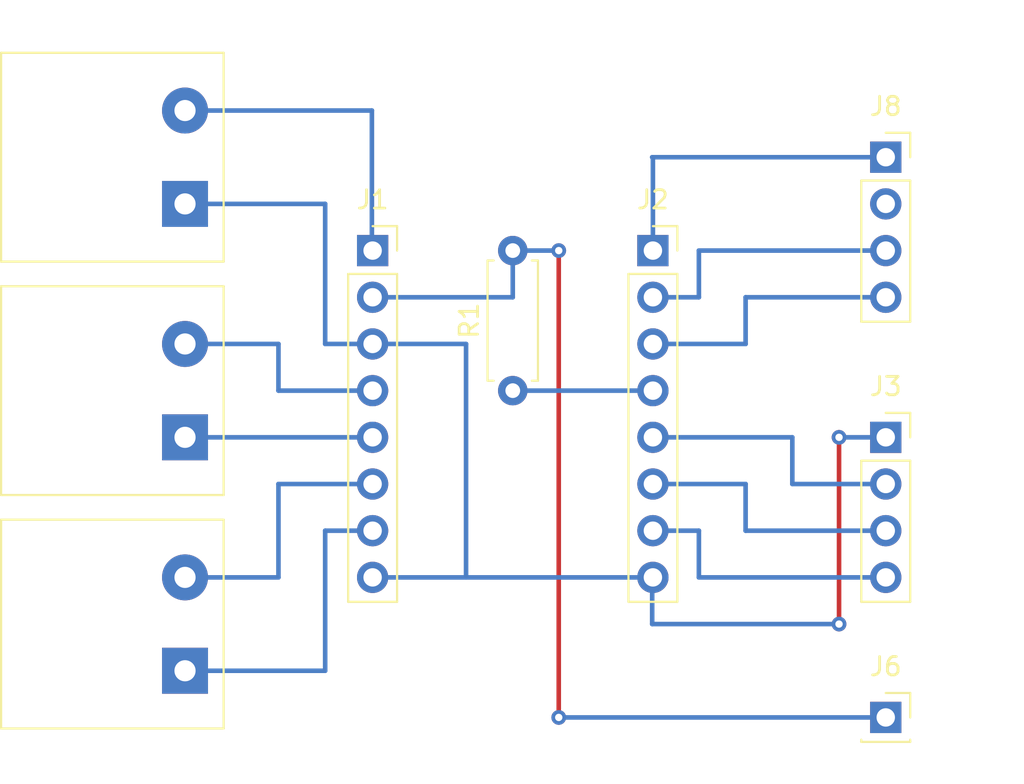
<source format=kicad_pcb>
(kicad_pcb (version 20221018) (generator pcbnew)
  (layers (0 "F.Cu" signal) (31 "B.Cu" signal) (34 "B.Paste" user) (35 "F.Paste" user) (36 "B.SilkS" user "B.Silkscreen") (37 "F.SilkS" user "F.Silkscreen") (38 "B.Mask" user) (39 "F.Mask" user) (44 "Edge.Cuts" user))
  (net 0 "")
  (net 1 "+5V")
  (net 2 "+3.3V")
  (net 3 "GND")
  (net 4 "Net-(J2-Pin_4)")
  (net 5 "A01")
  (net 6 "A02")
  (net 7 "B02")
  (net 8 "B01")
  (net 9 "PWMA")
  (net 10 "AIN2")
  (net 11 "AIN1")
  (net 12 "BIN1")
  (net 13 "BIN2")
  (net 14 "PWMB")
  (footprint "RS_PRO:Steckbarer_Klemmenblock_1x02_5.08mm_horizontal" (layer "F.Cu") (at 81.28 111.76 90)
    (fp_text reference "J7" hide)
    (fp_text value "Screw_Terminal_01x02")
    (fp_line (start -3.14 2.1) (end -3.14 -10) (stroke (width 0.12)) (layer "F.SilkS"))
    (fp_line (start 8.22 -10) (end -3.14 -10) (stroke (width 0.12)) (layer "F.SilkS"))
    (fp_line (start 8.22 2.1) (end -3.14 2.1) (stroke (width 0.12)) (layer "F.SilkS"))
    (fp_line (start 8.22 2.1) (end 8.22 -10) (stroke (width 0.12)) (layer "F.SilkS"))
    (pad "1" thru_hole rect (at 0 0 90) (size 2.5 2.5) (drill 1.15) (layers "*.Cu" "*.Mask") (net 6 "A02"))
    (pad "2" thru_hole circle (at 5.08 0 90) (size 2.5 2.5) (drill 1.15) (layers "*.Cu" "*.Mask") (net 5 "A01"))
  )
  (footprint "Connector_PinSocket_2.54mm:PinSocket_1x04_P2.54mm_Vertical" (layer "F.Cu") (at 119.38 96.52)
    (fp_text reference "J8" (at 0 -2.77) (layer "F.SilkS"))
    (fp_text value "Conn_01x04_Socket")
    (fp_line (start -1.33 1.27) (end -1.33 8.95) (stroke (width 0.12)) (layer "F.SilkS"))
    (fp_line (start -1.33 1.27) (end 1.33 1.27) (stroke (width 0.12)) (layer "F.SilkS"))
    (fp_line (start -1.33 8.95) (end 1.33 8.95) (stroke (width 0.12)) (layer "F.SilkS"))
    (fp_line (start 0 -1.33) (end 1.33 -1.33) (stroke (width 0.12)) (layer "F.SilkS"))
    (fp_line (start 1.33 -1.33) (end 1.33 0) (stroke (width 0.12)) (layer "F.SilkS"))
    (fp_line (start 1.33 1.27) (end 1.33 8.95) (stroke (width 0.12)) (layer "F.SilkS"))
    (pad "1" thru_hole rect (at 0 0) (size 1.7 1.7) (drill 1) (layers "*.Cu" "*.Mask") (net 9 "PWMA"))
    (pad "2" thru_hole oval (at 0 2.54) (size 1.7 1.7) (drill 1) (layers "*.Cu" "*.Mask") (net 3 "GND"))
    (pad "3" thru_hole oval (at 0 5.08) (size 1.7 1.7) (drill 1) (layers "*.Cu" "*.Mask") (net 10 "AIN2"))
    (pad "4" thru_hole oval (at 0 7.62) (size 1.7 1.7) (drill 1) (layers "*.Cu" "*.Mask") (net 11 "AIN1"))
  )
  (footprint "Resistor_THT:R_Axial_DIN0207_L6.3mm_D2.5mm_P7.62mm_Horizontal" (layer "F.Cu") (at 99.1 109.22 90)
    (fp_text reference "R1" (at 3.81 -2.37 90) (layer "F.SilkS"))
    (fp_text value "10k")
    (fp_line (start 0.54 -1.37) (end 7.08 -1.37) (stroke (width 0.12)) (layer "F.SilkS"))
    (fp_line (start 0.54 -1.04) (end 0.54 -1.37) (stroke (width 0.12)) (layer "F.SilkS"))
    (fp_line (start 0.54 1.04) (end 0.54 1.37) (stroke (width 0.12)) (layer "F.SilkS"))
    (fp_line (start 0.54 1.37) (end 7.08 1.37) (stroke (width 0.12)) (layer "F.SilkS"))
    (fp_line (start 7.08 -1.37) (end 7.08 -1.04) (stroke (width 0.12)) (layer "F.SilkS"))
    (fp_line (start 7.08 1.37) (end 7.08 1.04) (stroke (width 0.12)) (layer "F.SilkS"))
    (pad "1" thru_hole circle (at 0 0 90) (size 1.6 1.6) (drill 0.8) (layers "*.Cu" "*.Mask") (net 4 "Net-(J2-Pin_4)"))
    (pad "2" thru_hole oval (at 7.62 0 90) (size 1.6 1.6) (drill 0.8) (layers "*.Cu" "*.Mask") (net 2 "+3.3V"))
  )
  (footprint "Connector_PinSocket_2.54mm:PinSocket_1x08_P2.54mm_Vertical" (layer "F.Cu") (at 106.72 101.6)
    (fp_text reference "J2" (at 0 -2.77) (layer "F.SilkS"))
    (fp_text value "Conn_01x08_Socket")
    (fp_line (start -1.33 1.27) (end -1.33 19.11) (stroke (width 0.12)) (layer "F.SilkS"))
    (fp_line (start -1.33 1.27) (end 1.33 1.27) (stroke (width 0.12)) (layer "F.SilkS"))
    (fp_line (start -1.33 19.11) (end 1.33 19.11) (stroke (width 0.12)) (layer "F.SilkS"))
    (fp_line (start 0 -1.33) (end 1.33 -1.33) (stroke (width 0.12)) (layer "F.SilkS"))
    (fp_line (start 1.33 -1.33) (end 1.33 0) (stroke (width 0.12)) (layer "F.SilkS"))
    (fp_line (start 1.33 1.27) (end 1.33 19.11) (stroke (width 0.12)) (layer "F.SilkS"))
    (pad "1" thru_hole rect (at 0 0) (size 1.7 1.7) (drill 1) (layers "*.Cu" "*.Mask") (net 9 "PWMA"))
    (pad "2" thru_hole oval (at 0 2.54) (size 1.7 1.7) (drill 1) (layers "*.Cu" "*.Mask") (net 10 "AIN2"))
    (pad "3" thru_hole oval (at 0 5.08) (size 1.7 1.7) (drill 1) (layers "*.Cu" "*.Mask") (net 11 "AIN1"))
    (pad "4" thru_hole oval (at 0 7.62) (size 1.7 1.7) (drill 1) (layers "*.Cu" "*.Mask") (net 4 "Net-(J2-Pin_4)"))
    (pad "5" thru_hole oval (at 0 10.16) (size 1.7 1.7) (drill 1) (layers "*.Cu" "*.Mask") (net 12 "BIN1"))
    (pad "6" thru_hole oval (at 0 12.7) (size 1.7 1.7) (drill 1) (layers "*.Cu" "*.Mask") (net 13 "BIN2"))
    (pad "7" thru_hole oval (at 0 15.24) (size 1.7 1.7) (drill 1) (layers "*.Cu" "*.Mask") (net 14 "PWMB"))
    (pad "8" thru_hole oval (at 0 17.78) (size 1.7 1.7) (drill 1) (layers "*.Cu" "*.Mask") (net 3 "GND"))
  )
  (footprint "Connector_PinSocket_2.54mm:PinSocket_1x08_P2.54mm_Vertical" (layer "F.Cu") (at 91.48 101.6)
    (fp_text reference "J1" (at 0 -2.77) (layer "F.SilkS"))
    (fp_text value "Conn_01x08_Socket")
    (fp_line (start -1.33 1.27) (end -1.33 19.11) (stroke (width 0.12)) (layer "F.SilkS"))
    (fp_line (start -1.33 1.27) (end 1.33 1.27) (stroke (width 0.12)) (layer "F.SilkS"))
    (fp_line (start -1.33 19.11) (end 1.33 19.11) (stroke (width 0.12)) (layer "F.SilkS"))
    (fp_line (start 0 -1.33) (end 1.33 -1.33) (stroke (width 0.12)) (layer "F.SilkS"))
    (fp_line (start 1.33 -1.33) (end 1.33 0) (stroke (width 0.12)) (layer "F.SilkS"))
    (fp_line (start 1.33 1.27) (end 1.33 19.11) (stroke (width 0.12)) (layer "F.SilkS"))
    (pad "1" thru_hole rect (at 0 0) (size 1.7 1.7) (drill 1) (layers "*.Cu" "*.Mask") (net 1 "+5V"))
    (pad "2" thru_hole oval (at 0 2.54) (size 1.7 1.7) (drill 1) (layers "*.Cu" "*.Mask") (net 2 "+3.3V"))
    (pad "3" thru_hole oval (at 0 5.08) (size 1.7 1.7) (drill 1) (layers "*.Cu" "*.Mask") (net 3 "GND"))
    (pad "4" thru_hole oval (at 0 7.62) (size 1.7 1.7) (drill 1) (layers "*.Cu" "*.Mask") (net 5 "A01"))
    (pad "5" thru_hole oval (at 0 10.16) (size 1.7 1.7) (drill 1) (layers "*.Cu" "*.Mask") (net 6 "A02"))
    (pad "6" thru_hole oval (at 0 12.7) (size 1.7 1.7) (drill 1) (layers "*.Cu" "*.Mask") (net 7 "B02"))
    (pad "7" thru_hole oval (at 0 15.24) (size 1.7 1.7) (drill 1) (layers "*.Cu" "*.Mask") (net 8 "B01"))
    (pad "8" thru_hole oval (at 0 17.78) (size 1.7 1.7) (drill 1) (layers "*.Cu" "*.Mask") (net 3 "GND"))
  )
  (footprint "RS_PRO:Steckbarer_Klemmenblock_1x02_5.08mm_horizontal" (layer "F.Cu") (at 81.28 124.46 90)
    (fp_text reference "J4" hide)
    (fp_text value "Screw_Terminal_01x02")
    (fp_line (start -3.14 2.1) (end -3.14 -10) (stroke (width 0.12)) (layer "F.SilkS"))
    (fp_line (start 8.22 -10) (end -3.14 -10) (stroke (width 0.12)) (layer "F.SilkS"))
    (fp_line (start 8.22 2.1) (end -3.14 2.1) (stroke (width 0.12)) (layer "F.SilkS"))
    (fp_line (start 8.22 2.1) (end 8.22 -10) (stroke (width 0.12)) (layer "F.SilkS"))
    (pad "1" thru_hole rect (at 0 0 90) (size 2.5 2.5) (drill 1.15) (layers "*.Cu" "*.Mask") (net 8 "B01"))
    (pad "2" thru_hole circle (at 5.08 0 90) (size 2.5 2.5) (drill 1.15) (layers "*.Cu" "*.Mask") (net 7 "B02"))
  )
  (footprint "RS_PRO:Steckbarer_Klemmenblock_1x02_5.08mm_horizontal" (layer "F.Cu") (at 81.28 99.06 90)
    (fp_text reference "J5" hide)
    (fp_text value "Screw_Terminal_01x02")
    (fp_line (start -3.14 2.1) (end -3.14 -10) (stroke (width 0.12)) (layer "F.SilkS"))
    (fp_line (start 8.22 -10) (end -3.14 -10) (stroke (width 0.12)) (layer "F.SilkS"))
    (fp_line (start 8.22 2.1) (end -3.14 2.1) (stroke (width 0.12)) (layer "F.SilkS"))
    (fp_line (start 8.22 2.1) (end 8.22 -10) (stroke (width 0.12)) (layer "F.SilkS"))
    (pad "1" thru_hole rect (at 0 0 90) (size 2.5 2.5) (drill 1.15) (layers "*.Cu" "*.Mask") (net 3 "GND"))
    (pad "2" thru_hole circle (at 5.08 0 90) (size 2.5 2.5) (drill 1.15) (layers "*.Cu" "*.Mask") (net 1 "+5V"))
  )
  (footprint "Connector_PinSocket_2.54mm:PinSocket_1x01_P2.54mm_Vertical" (layer "F.Cu") (at 119.38 127)
    (fp_text reference "J6" (at 0 -2.77) (layer "F.SilkS"))
    (fp_text value "Conn_01x01_Socket")
    (fp_line (start -1.33 1.21) (end -1.33 1.33) (stroke (width 0.12)) (layer "F.SilkS"))
    (fp_line (start -1.33 1.33) (end 1.33 1.33) (stroke (width 0.12)) (layer "F.SilkS"))
    (fp_line (start 0 -1.33) (end 1.33 -1.33) (stroke (width 0.12)) (layer "F.SilkS"))
    (fp_line (start 1.33 -1.33) (end 1.33 0) (stroke (width 0.12)) (layer "F.SilkS"))
    (fp_line (start 1.33 1.21) (end 1.33 1.33) (stroke (width 0.12)) (layer "F.SilkS"))
    (pad "1" thru_hole rect (at 0 0) (size 1.7 1.7) (drill 1) (layers "*.Cu" "*.Mask") (net 2 "+3.3V"))
  )
  (footprint "Connector_PinSocket_2.54mm:PinSocket_1x04_P2.54mm_Vertical" (layer "F.Cu") (at 119.38 111.76)
    (fp_text reference "J3" (at 0 -2.77) (layer "F.SilkS"))
    (fp_text value "Conn_01x04_Socket")
    (fp_line (start -1.33 1.27) (end -1.33 8.95) (stroke (width 0.12)) (layer "F.SilkS"))
    (fp_line (start -1.33 1.27) (end 1.33 1.27) (stroke (width 0.12)) (layer "F.SilkS"))
    (fp_line (start -1.33 8.95) (end 1.33 8.95) (stroke (width 0.12)) (layer "F.SilkS"))
    (fp_line (start 0 -1.33) (end 1.33 -1.33) (stroke (width 0.12)) (layer "F.SilkS"))
    (fp_line (start 1.33 -1.33) (end 1.33 0) (stroke (width 0.12)) (layer "F.SilkS"))
    (fp_line (start 1.33 1.27) (end 1.33 8.95) (stroke (width 0.12)) (layer "F.SilkS"))
    (pad "1" thru_hole rect (at 0 0) (size 1.7 1.7) (drill 1) (layers "*.Cu" "*.Mask") (net 3 "GND"))
    (pad "2" thru_hole oval (at 0 2.54) (size 1.7 1.7) (drill 1) (layers "*.Cu" "*.Mask") (net 12 "BIN1"))
    (pad "3" thru_hole oval (at 0 5.08) (size 1.7 1.7) (drill 1) (layers "*.Cu" "*.Mask") (net 13 "BIN2"))
    (pad "4" thru_hole oval (at 0 7.62) (size 1.7 1.7) (drill 1) (layers "*.Cu" "*.Mask") (net 14 "PWMB"))
  )
  (segment (start 81.28 93.98) (end 91.44 93.98) (width 0.25) (layer "B.Cu") (net 1))
  (segment (start 91.44 93.98) (end 91.44 101.56) (width 0.25) (layer "B.Cu") (net 1))
  (segment (start 91.44 101.56) (end 91.48 101.6) (width 0.25) (layer "B.Cu") (net 1))
  (segment (start 101.6 101.6) (end 101.6 127) (width 0.25) (layer "F.Cu") (net 2))
  (via (at 101.6 101.6) (size 0.8) (drill 0.4) (layers "F.Cu" "B.Cu") (net 2))
  (via (at 101.6 127) (size 0.8) (drill 0.4) (layers "F.Cu" "B.Cu") (net 2))
  (segment (start 99.1 104.14) (end 91.48 104.14) (width 0.25) (layer "B.Cu") (net 2))
  (segment (start 99.1 101.6) (end 101.6 101.6) (width 0.25) (layer "B.Cu") (net 2))
  (segment (start 101.6 127) (end 119.38 127) (width 0.25) (layer "B.Cu") (net 2))
  (segment (start 99.1 101.6) (end 99.1 104.14) (width 0.25) (layer "B.Cu") (net 2))
  (segment (start 116.84 111.76) (end 116.84 121.92) (width 0.25) (layer "F.Cu") (net 3))
  (via (at 116.84 121.92) (size 0.8) (drill 0.4) (layers "F.Cu" "B.Cu") (net 3))
  (via (at 116.84 111.76) (size 0.8) (drill 0.4) (layers "F.Cu" "B.Cu") (net 3))
  (segment (start 91.48 106.68) (end 96.56 106.68) (width 0.25) (layer "B.Cu") (net 3))
  (segment (start 96.56 119.38) (end 106.72 119.38) (width 0.25) (layer "B.Cu") (net 3))
  (segment (start 106.72 119.38) (end 106.68 119.42) (width 0.25) (layer "B.Cu") (net 3))
  (segment (start 88.9 106.68) (end 88.9 99.06) (width 0.25) (layer "B.Cu") (net 3))
  (segment (start 88.9 99.06) (end 81.28 99.06) (width 0.25) (layer "B.Cu") (net 3))
  (segment (start 96.56 106.68) (end 96.56 119.38) (width 0.25) (layer "B.Cu") (net 3))
  (segment (start 106.68 119.42) (end 106.68 121.92) (width 0.25) (layer "B.Cu") (net 3))
  (segment (start 91.48 106.68) (end 88.9 106.68) (width 0.25) (layer "B.Cu") (net 3))
  (segment (start 119.38 111.76) (end 116.84 111.76) (width 0.25) (layer "B.Cu") (net 3))
  (segment (start 91.48 119.38) (end 96.56 119.38) (width 0.25) (layer "B.Cu") (net 3))
  (segment (start 106.68 121.92) (end 116.84 121.92) (width 0.25) (layer "B.Cu") (net 3))
  (segment (start 99.1 109.22) (end 106.72 109.22) (width 0.25) (layer "B.Cu") (net 4))
  (segment (start 86.36 109.22) (end 86.36 106.68) (width 0.25) (layer "B.Cu") (net 5))
  (segment (start 86.36 106.68) (end 81.28 106.68) (width 0.25) (layer "B.Cu") (net 5))
  (segment (start 91.48 109.22) (end 86.36 109.22) (width 0.25) (layer "B.Cu") (net 5))
  (segment (start 91.48 111.76) (end 81.28 111.76) (width 0.25) (layer "B.Cu") (net 6))
  (segment (start 86.36 119.38) (end 81.28 119.38) (width 0.25) (layer "B.Cu") (net 7))
  (segment (start 86.36 114.3) (end 86.36 119.38) (width 0.25) (layer "B.Cu") (net 7))
  (segment (start 91.48 114.3) (end 86.36 114.3) (width 0.25) (layer "B.Cu") (net 7))
  (segment (start 88.9 124.46) (end 88.9 116.84) (width 0.25) (layer "B.Cu") (net 8))
  (segment (start 81.28 124.46) (end 88.9 124.46) (width 0.25) (layer "B.Cu") (net 8))
  (segment (start 88.9 116.84) (end 91.48 116.84) (width 0.25) (layer "B.Cu") (net 8))
  (segment (start 106.72 101.6) (end 106.72 96.56) (width 0.25) (layer "B.Cu") (net 9))
  (segment (start 106.72 96.56) (end 106.68 96.52) (width 0.25) (layer "B.Cu") (net 9))
  (segment (start 106.68 96.52) (end 119.38 96.52) (width 0.25) (layer "B.Cu") (net 9))
  (segment (start 109.22 104.14) (end 109.22 101.6) (width 0.25) (layer "B.Cu") (net 10))
  (segment (start 106.72 104.14) (end 109.22 104.14) (width 0.25) (layer "B.Cu") (net 10))
  (segment (start 109.22 101.6) (end 119.38 101.6) (width 0.25) (layer "B.Cu") (net 10))
  (segment (start 111.76 106.68) (end 111.76 104.14) (width 0.25) (layer "B.Cu") (net 11))
  (segment (start 106.72 106.68) (end 111.76 106.68) (width 0.25) (layer "B.Cu") (net 11))
  (segment (start 111.76 104.14) (end 119.38 104.14) (width 0.25) (layer "B.Cu") (net 11))
  (segment (start 114.3 111.76) (end 114.3 114.3) (width 0.25) (layer "B.Cu") (net 12))
  (segment (start 114.3 114.3) (end 119.38 114.3) (width 0.25) (layer "B.Cu") (net 12))
  (segment (start 106.72 111.76) (end 114.3 111.76) (width 0.25) (layer "B.Cu") (net 12))
  (segment (start 119.38 116.84) (end 111.76 116.84) (width 0.25) (layer "B.Cu") (net 13))
  (segment (start 111.76 114.3) (end 106.72 114.3) (width 0.25) (layer "B.Cu") (net 13))
  (segment (start 111.76 116.84) (end 111.76 114.3) (width 0.25) (layer "B.Cu") (net 13))
  (segment (start 109.22 119.38) (end 109.22 116.84) (width 0.25) (layer "B.Cu") (net 14))
  (segment (start 109.22 116.84) (end 106.72 116.84) (width 0.25) (layer "B.Cu") (net 14))
  (segment (start 119.38 119.38) (end 109.22 119.38) (width 0.25) (layer "B.Cu") (net 14))
)
</source>
